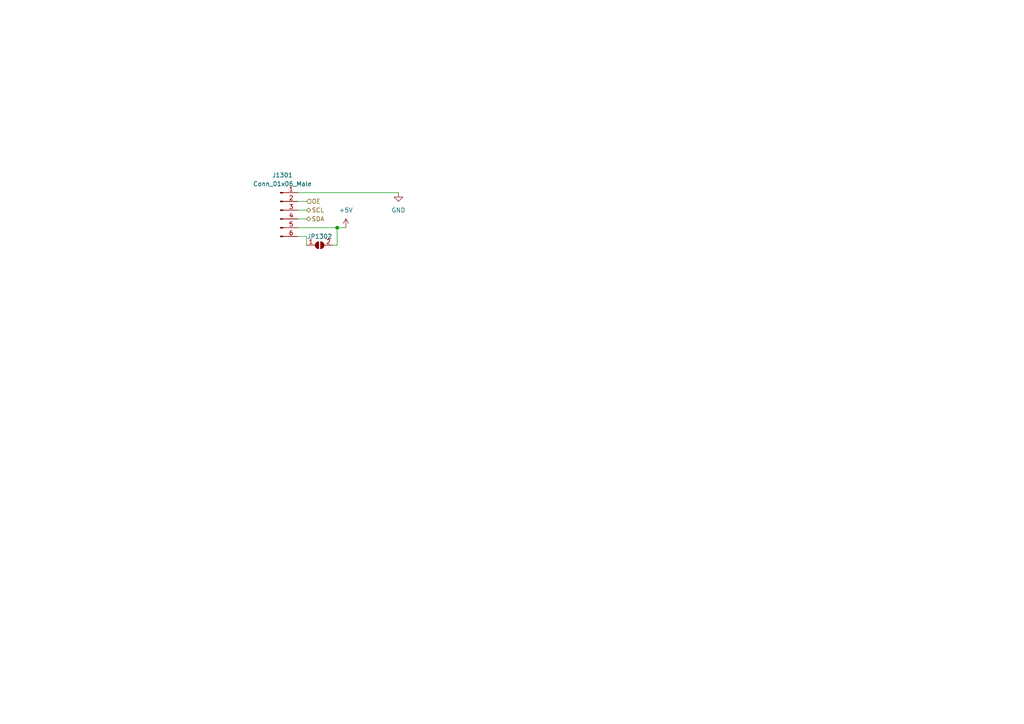
<source format=kicad_sch>
(kicad_sch (version 20211123) (generator eeschema)
  (paper "A4")
  (lib_symbols
    (symbol "Connector:Conn_01x06_Male" (pin_names (offset 1.016) hide)
      (property "Reference" "J" (at 0 7.62 0))
      (property "Value" "Conn_01x06_Male" (at 0 -10.16 0))
      (symbol "Conn_01x06_Male_1_1"
        (polyline (pts (xy 1.27 -7.62) (xy 0.8636 -7.62)) (stroke (width 0.1524)))
        (polyline (pts (xy 1.27 -5.08) (xy 0.8636 -5.08)) (stroke (width 0.1524)))
        (polyline (pts (xy 1.27 -2.54) (xy 0.8636 -2.54)) (stroke (width 0.1524)))
        (polyline (pts (xy 1.27 0) (xy 0.8636 0)) (stroke (width 0.1524)))
        (polyline (pts (xy 1.27 2.54) (xy 0.8636 2.54)) (stroke (width 0.1524)))
        (polyline (pts (xy 1.27 5.08) (xy 0.8636 5.08)) (stroke (width 0.1524)))
        (rectangle (start 0.8636 -7.493) (end 0 -7.747) (stroke (width 0.1524)) (fill (type outline)))
        (rectangle (start 0.8636 -4.953) (end 0 -5.207) (stroke (width 0.1524)) (fill (type outline)))
        (rectangle (start 0.8636 -2.413) (end 0 -2.667) (stroke (width 0.1524)) (fill (type outline)))
        (rectangle (start 0.8636 0.127) (end 0 -0.127) (stroke (width 0.1524)) (fill (type outline)))
        (rectangle (start 0.8636 2.667) (end 0 2.413) (stroke (width 0.1524)) (fill (type outline)))
        (rectangle (start 0.8636 5.207) (end 0 4.953) (stroke (width 0.1524)) (fill (type outline)))
        (pin passive line (at 5.08 5.08 180) (length 3.81) (name "Pin_1") (number "1"))
        (pin passive line (at 5.08 2.54 180) (length 3.81) (name "Pin_2") (number "2"))
        (pin passive line (at 5.08 0 180) (length 3.81) (name "Pin_3") (number "3"))
        (pin passive line (at 5.08 -2.54 180) (length 3.81) (name "Pin_4") (number "4"))
        (pin passive line (at 5.08 -5.08 180) (length 3.81) (name "Pin_5") (number "5"))
        (pin passive line (at 5.08 -7.62 180) (length 3.81) (name "Pin_6") (number "6"))
      )
    )
    (symbol "Jumper:SolderJumper_2_Open" (pin_names (offset 0) hide)
      (property "Reference" "JP" (at 0 2.032 0))
      (property "Value" "SolderJumper_2_Open" (at 0 -2.54 0))
      (symbol "SolderJumper_2_Open_0_1"
        (arc (start -0.254 1.016) (mid -1.27 0) (end -0.254 -1.016))
        (arc (start -0.254 1.016) (mid -1.27 0) (end -0.254 -1.016) (fill (type outline)))
        (polyline (pts (xy -0.254 1.016) (xy -0.254 -1.016)))
        (polyline (pts (xy 0.254 1.016) (xy 0.254 -1.016)))
        (arc (start 0.254 -1.016) (mid 1.27 0) (end 0.254 1.016))
        (arc (start 0.254 -1.016) (mid 1.27 0) (end 0.254 1.016) (fill (type outline)))
      )
      (symbol "SolderJumper_2_Open_1_1"
        (pin passive line (at -3.81 0 0) (length 2.54) (name "A") (number "1"))
        (pin passive line (at 3.81 0 180) (length 2.54) (name "B") (number "2"))
      )
    )
    (symbol "power:+5V" (power) (pin_names (offset 0))
      (property "Value" "+5V" (at 0 3.556 0))
      (symbol "+5V_0_1"
        (polyline (pts (xy -0.762 1.27) (xy 0 2.54)))
        (polyline (pts (xy 0 0) (xy 0 2.54)))
        (polyline (pts (xy 0 2.54) (xy 0.762 1.27)))
      )
      (symbol "+5V_1_1"
        (pin power_in line (at 0 0 90) (length 0) hide (name "+5V") (number "1"))
      )
    )
    (symbol "power:GND" (power) (pin_names (offset 0))
      (property "Value" "GND" (at 0 -3.81 0))
      (symbol "GND_0_1"
        (polyline (pts (xy 0 0) (xy 0 -1.27) (xy 1.27 -1.27) (xy 0 -2.54) (xy -1.27 -1.27) (xy 0 -1.27)))
      )
      (symbol "GND_1_1"
        (pin power_in line (at 0 0 270) (length 0) hide (name "GND") (number "1"))
      )
    )
  )
  (junction (at 97.79 66.04))
  (wire (pts (xy 86.36 63.5) (xy 88.9 63.5)))
  (wire (pts (xy 86.36 66.04) (xy 97.79 66.04)))
  (wire (pts (xy 97.79 66.04) (xy 100.33 66.04)))
  (wire (pts (xy 86.36 55.88) (xy 115.57 55.88)))
  (wire (pts (xy 86.36 60.96) (xy 88.9 60.96)))
  (wire (pts (xy 97.79 66.04) (xy 97.79 71.12)))
  (wire (pts (xy 86.36 58.42) (xy 88.9 58.42)))
  (wire (pts (xy 88.9 68.58) (xy 86.36 68.58)))
  (wire (pts (xy 96.52 71.12) (xy 97.79 71.12)))
  (wire (pts (xy 88.9 71.12) (xy 88.9 68.58)))
  (hierarchical_label "SCL" (shape bidirectional) (at 88.9 60.96 0))
  (hierarchical_label "SDA" (shape bidirectional) (at 88.9 63.5 0))
  (hierarchical_label "OE" (shape input) (at 88.9 58.42 0))
  (symbol (lib_id "power:+5V") (at 100.33 66.04 0) (unit 1)
    (property "Reference" "#PWR0104" (effects hide))
    (property "Value" "+5V" (at 100.33 60.96 0))
  )
  (symbol (lib_id "power:GND") (at 115.57 55.88 0) (unit 1)
    (property "Reference" "#PWR01310" (effects hide))
    (property "Value" "GND" (at 115.57 60.96 0))
  )
  (symbol (lib_id "Connector:Conn_01x06_Male") (at 81.28 60.96 0) (unit 1)
    (property "Reference" "J1301" (at 81.915 50.8 0))
    (property "Value" "Conn_01x06_Male" (at 81.915 53.34 0))
    (property "Footprint" "Connector_PinSocket_2.54mm:PinSocket_1x06_P2.54mm_Vertical" (effects hide))
  )
  (symbol (lib_id "Jumper:SolderJumper_2_Open") (at 92.71 71.12 0) (unit 1)
    (property "Reference" "JP1302" (at 92.71 68.58 0))
    (property "Value" "SolderJumper_2_Open" (effects hide))
    (property "Footprint" "Jumper:SolderJumper-2_P1.3mm_Open_TrianglePad1.0x1.5mm" (effects hide))
  )
)
</source>
